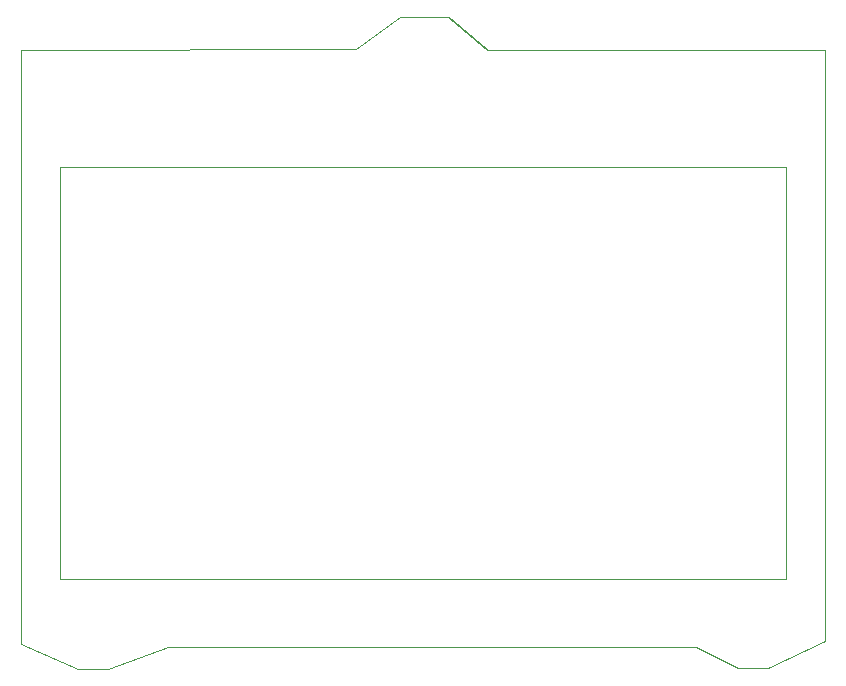
<source format=gbr>
%TF.GenerationSoftware,KiCad,Pcbnew,7.0.10*%
%TF.CreationDate,2024-04-14T19:33:58+02:00*%
%TF.ProjectId,LED_Ring,4c45445f-5269-46e6-972e-6b696361645f,rev?*%
%TF.SameCoordinates,Original*%
%TF.FileFunction,Profile,NP*%
%FSLAX46Y46*%
G04 Gerber Fmt 4.6, Leading zero omitted, Abs format (unit mm)*
G04 Created by KiCad (PCBNEW 7.0.10) date 2024-04-14 19:33:58*
%MOMM*%
%LPD*%
G01*
G04 APERTURE LIST*
%TA.AperFunction,Profile*%
%ADD10C,0.100000*%
%TD*%
G04 APERTURE END LIST*
D10*
X79994000Y-11938000D02*
X51419000Y-11938000D01*
X75168000Y-64262000D02*
X79994000Y-61976000D01*
X15224000Y-21844000D02*
X15224000Y-56769000D01*
X48117000Y-9144000D02*
X43993500Y-9144000D01*
X43993500Y-9144000D02*
X40302500Y-11924000D01*
X76692000Y-21844000D02*
X15224000Y-21844000D01*
X24368000Y-62484000D02*
X69072000Y-62484000D01*
X79994000Y-61976000D02*
X79994000Y-11938000D01*
X76692000Y-56769000D02*
X76692000Y-21844000D01*
X16748000Y-64389000D02*
X19288000Y-64389000D01*
X19288000Y-64389000D02*
X24368000Y-62484000D01*
X15224000Y-56769000D02*
X76692000Y-56769000D01*
X11922000Y-62230000D02*
X16748000Y-64389000D01*
X51419000Y-11938000D02*
X48117000Y-9144000D01*
X40302500Y-11924000D02*
X11938000Y-11938000D01*
X11938000Y-11938000D02*
X11922000Y-62230000D01*
X72628000Y-64262000D02*
X75168000Y-64262000D01*
X69072000Y-62484000D02*
X72628000Y-64262000D01*
%TO.C,U1*%
X11947500Y-62230000D02*
X16773500Y-64389000D01*
X11963500Y-11938000D02*
X11947500Y-62230000D01*
X16773500Y-64389000D02*
X19313500Y-64389000D01*
X19313500Y-64389000D02*
X24393500Y-62484000D01*
X24393500Y-62484000D02*
X69097500Y-62484000D01*
X40328000Y-11924000D02*
X11963500Y-11938000D01*
X44019000Y-9144000D02*
X40328000Y-11924000D01*
X48142500Y-9144000D02*
X44019000Y-9144000D01*
X51444500Y-11938000D02*
X48142500Y-9144000D01*
X69097500Y-62484000D02*
X72653500Y-64262000D01*
X72653500Y-64262000D02*
X75193500Y-64262000D01*
X75193500Y-64262000D02*
X80019500Y-61976000D01*
X80019500Y-11938000D02*
X51444500Y-11938000D01*
X80019500Y-61976000D02*
X80019500Y-11938000D01*
%TD*%
M02*

</source>
